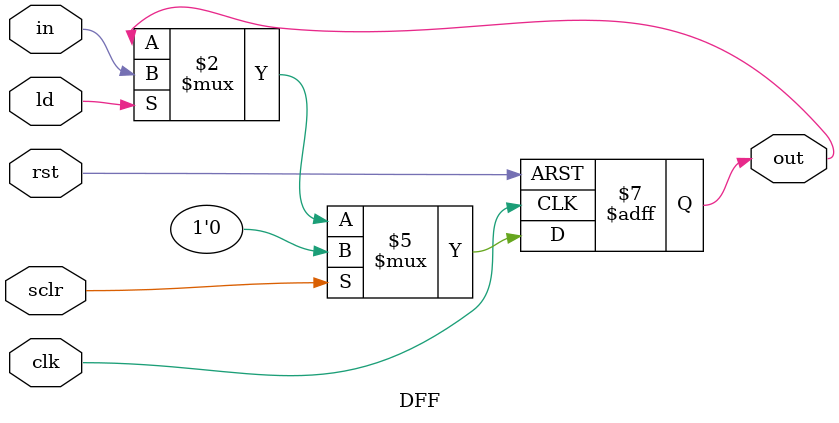
<source format=v>
module DFF (in, ld, sclr, clk, rst, out);
    input in;
    input ld, sclr, clk, rst;
    output out;
    reg out;

    always @(posedge clk or posedge rst) begin
        if (rst)
            out <= 1'b0;
        else if (sclr)
            out <= 1'b0;
        else if (ld)
            out <= in;
    end
endmodule

</source>
